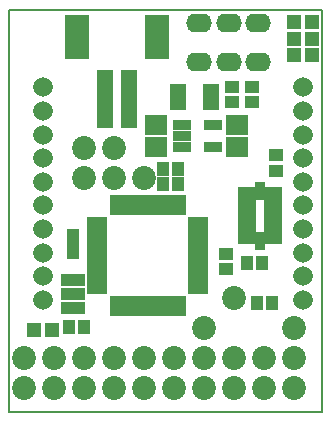
<source format=gbr>
G04 #@! TF.FileFunction,Soldermask,Top*
%FSLAX46Y46*%
G04 Gerber Fmt 4.6, Leading zero omitted, Abs format (unit mm)*
G04 Created by KiCad (PCBNEW 4.0.2+dfsg1-stable) date Tue 07 Feb 2017 13:12:44 CET*
%MOMM*%
G01*
G04 APERTURE LIST*
%ADD10C,0.100000*%
%ADD11C,0.150000*%
%ADD12R,1.400000X5.000000*%
%ADD13R,2.000000X3.800000*%
%ADD14R,1.670000X0.958800*%
%ADD15R,0.958800X1.670000*%
%ADD16C,1.670000*%
%ADD17R,1.600000X0.950000*%
%ADD18R,1.140000X1.325000*%
%ADD19R,1.100000X1.300000*%
%ADD20R,1.200000X1.200000*%
%ADD21R,1.300000X1.100000*%
%ADD22R,1.900000X1.700000*%
%ADD23R,1.400000X2.200000*%
%ADD24R,1.600000X0.900000*%
%ADD25R,0.900000X1.600000*%
%ADD26R,2.100000X1.100000*%
%ADD27C,2.025600*%
%ADD28O,2.200000X1.600000*%
G04 APERTURE END LIST*
D10*
D11*
X59600Y43400D02*
X26559600Y43400D01*
X26559600Y43400D02*
X26559600Y34043400D01*
X26559600Y34043400D02*
X59600Y34043400D01*
X59600Y34043400D02*
X59600Y43400D01*
D12*
X8203600Y26569400D03*
X10203600Y26569400D03*
D13*
X5803600Y31769400D03*
X12603600Y31769400D03*
D14*
X7537000Y16097400D03*
X7537000Y15297400D03*
X7537000Y14497400D03*
X7537000Y13697400D03*
X7537000Y12897400D03*
X7537000Y12097400D03*
X7537000Y11297400D03*
X7537000Y10497400D03*
D15*
X9029600Y9004800D03*
X9829600Y9004800D03*
X10629600Y9004800D03*
X11429600Y9004800D03*
X12229600Y9004800D03*
X13029600Y9004800D03*
X13829600Y9004800D03*
X14629600Y9004800D03*
D14*
X16122200Y10497400D03*
X16122200Y11297400D03*
X16122200Y12097400D03*
X16122200Y12897400D03*
X16122200Y13697400D03*
X16122200Y14497400D03*
X16122200Y15297400D03*
X16122200Y16097400D03*
D15*
X14629600Y17590000D03*
X13829600Y17590000D03*
X13029600Y17590000D03*
X12229600Y17590000D03*
X11429600Y17590000D03*
X10629600Y17590000D03*
X9829600Y17590000D03*
X9029600Y17590000D03*
D16*
X2929600Y27537400D03*
X2929600Y25537400D03*
X2929600Y23537400D03*
X2929600Y21537400D03*
X2929600Y19537400D03*
X2929600Y17537400D03*
X2929600Y15537400D03*
X2929600Y13537400D03*
X2929600Y11537400D03*
X2929600Y9537400D03*
X24929600Y9537400D03*
X24929600Y11537400D03*
X24929600Y13537400D03*
X24929600Y15537400D03*
X24929600Y17537400D03*
X24929600Y19537400D03*
X24929600Y21537400D03*
X24929600Y23537400D03*
X24929600Y25537400D03*
X24929600Y27537400D03*
D17*
X14761500Y24361400D03*
X14761500Y23411400D03*
X14761500Y22461400D03*
X17361700Y22461400D03*
X17361700Y24361400D03*
D18*
X5483600Y13665400D03*
X5483600Y14865400D03*
D19*
X13125600Y20617400D03*
X14425600Y20617400D03*
D20*
X25701600Y33063400D03*
X24201600Y33063400D03*
D21*
X18986500Y26274000D03*
X18986500Y27574000D03*
D20*
X25701600Y30244000D03*
X24201600Y30244000D03*
D21*
X22665600Y20475400D03*
X22665600Y21775400D03*
D22*
X12505600Y24361400D03*
X12505600Y22461400D03*
X19363600Y24361400D03*
X19363600Y22461400D03*
D19*
X14425600Y19347400D03*
X13125600Y19347400D03*
D23*
X17207600Y26713400D03*
X14407600Y26713400D03*
D20*
X25701600Y31666400D03*
X24201600Y31666400D03*
D21*
X20637500Y26274000D03*
X20637500Y27574000D03*
X18429600Y13447400D03*
X18429600Y12147400D03*
D24*
X22456600Y18665400D03*
X22456600Y17865400D03*
X22456600Y17065400D03*
X22456600Y16265400D03*
X22456600Y15465400D03*
X22456600Y14665400D03*
D25*
X21356600Y14565400D03*
D24*
X20256600Y14665400D03*
X20256600Y15465400D03*
X20256600Y16265400D03*
X20256600Y17065400D03*
X20256600Y17865400D03*
X20256600Y18665400D03*
D25*
X21356600Y18765400D03*
D19*
X21087600Y9284400D03*
X22387600Y9284400D03*
X21498600Y12635400D03*
X20198600Y12635400D03*
D26*
X5529600Y11235400D03*
X5529600Y10035400D03*
X5529600Y8835400D03*
D27*
X1329600Y2075400D03*
X1329600Y4615400D03*
X3869600Y2075400D03*
X3869600Y4615400D03*
X6409600Y2075400D03*
X6409600Y4615400D03*
X8949600Y2075400D03*
X8949600Y4615400D03*
X11489600Y2075400D03*
X11489600Y4615400D03*
X14029600Y2075400D03*
X14029600Y4615400D03*
X16569600Y2075400D03*
X16569600Y4615400D03*
X19109600Y2075400D03*
X19109600Y4615400D03*
X21649600Y2075400D03*
X21649600Y4615400D03*
X24189600Y2075400D03*
X24189600Y4615400D03*
X11489600Y19855400D03*
X6409600Y19855400D03*
X6409600Y22395400D03*
X24189600Y7155400D03*
X19109600Y9695400D03*
X8949600Y22395400D03*
X8949600Y19855400D03*
X16569600Y7155400D03*
D20*
X2230600Y7028400D03*
X3730600Y7028400D03*
D19*
X6424600Y7282400D03*
X5124600Y7282400D03*
D28*
X21169000Y29655500D03*
X18669000Y29655500D03*
X16169000Y29655500D03*
X21169000Y32955500D03*
X18669000Y32955500D03*
X16169000Y32955500D03*
M02*

</source>
